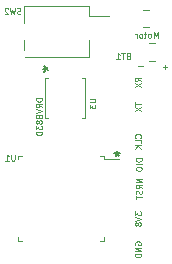
<source format=gbo>
%TF.GenerationSoftware,KiCad,Pcbnew,(5.1.10-1-10_14)*%
%TF.CreationDate,2021-09-29T22:20:09+09:00*%
%TF.ProjectId,seamal,7365616d-616c-42e6-9b69-6361645f7063,rev?*%
%TF.SameCoordinates,Original*%
%TF.FileFunction,Legend,Bot*%
%TF.FilePolarity,Positive*%
%FSLAX46Y46*%
G04 Gerber Fmt 4.6, Leading zero omitted, Abs format (unit mm)*
G04 Created by KiCad (PCBNEW (5.1.10-1-10_14)) date 2021-09-29 22:20:09*
%MOMM*%
%LPD*%
G01*
G04 APERTURE LIST*
%ADD10C,0.080000*%
%ADD11C,0.150000*%
%ADD12C,0.120000*%
%ADD13C,0.100000*%
%ADD14R,2.180000X1.720000*%
%ADD15R,0.270000X1.399999*%
%ADD16O,1.350000X1.350000*%
%ADD17R,1.350000X1.350000*%
%ADD18R,1.270000X0.760000*%
%ADD19C,1.700000*%
%ADD20O,1.700000X1.700000*%
%ADD21R,1.700000X1.700000*%
G04 APERTURE END LIST*
D10*
X151510976Y-89443714D02*
X151130023Y-89443714D01*
X151320500Y-89634190D02*
X151320500Y-89253238D01*
X149440876Y-89392914D02*
X149059923Y-89392914D01*
X148797200Y-104521047D02*
X148773390Y-104473428D01*
X148773390Y-104402000D01*
X148797200Y-104330571D01*
X148844819Y-104282952D01*
X148892438Y-104259142D01*
X148987676Y-104235333D01*
X149059104Y-104235333D01*
X149154342Y-104259142D01*
X149201961Y-104282952D01*
X149249580Y-104330571D01*
X149273390Y-104402000D01*
X149273390Y-104449619D01*
X149249580Y-104521047D01*
X149225771Y-104544857D01*
X149059104Y-104544857D01*
X149059104Y-104449619D01*
X149273390Y-104759142D02*
X148773390Y-104759142D01*
X149273390Y-105044857D01*
X148773390Y-105044857D01*
X149273390Y-105282952D02*
X148773390Y-105282952D01*
X148773390Y-105402000D01*
X148797200Y-105473428D01*
X148844819Y-105521047D01*
X148892438Y-105544857D01*
X148987676Y-105568666D01*
X149059104Y-105568666D01*
X149154342Y-105544857D01*
X149201961Y-105521047D01*
X149249580Y-105473428D01*
X149273390Y-105402000D01*
X149273390Y-105282952D01*
X148773390Y-101692152D02*
X148773390Y-102001676D01*
X148963866Y-101835009D01*
X148963866Y-101906438D01*
X148987676Y-101954057D01*
X149011485Y-101977866D01*
X149059104Y-102001676D01*
X149178152Y-102001676D01*
X149225771Y-101977866D01*
X149249580Y-101954057D01*
X149273390Y-101906438D01*
X149273390Y-101763580D01*
X149249580Y-101715961D01*
X149225771Y-101692152D01*
X148773390Y-102144533D02*
X149273390Y-102311200D01*
X148773390Y-102477866D01*
X148987676Y-102715961D02*
X148963866Y-102668342D01*
X148940057Y-102644533D01*
X148892438Y-102620723D01*
X148868628Y-102620723D01*
X148821009Y-102644533D01*
X148797200Y-102668342D01*
X148773390Y-102715961D01*
X148773390Y-102811200D01*
X148797200Y-102858819D01*
X148821009Y-102882628D01*
X148868628Y-102906438D01*
X148892438Y-102906438D01*
X148940057Y-102882628D01*
X148963866Y-102858819D01*
X148987676Y-102811200D01*
X148987676Y-102715961D01*
X149011485Y-102668342D01*
X149035295Y-102644533D01*
X149082914Y-102620723D01*
X149178152Y-102620723D01*
X149225771Y-102644533D01*
X149249580Y-102668342D01*
X149273390Y-102715961D01*
X149273390Y-102811200D01*
X149249580Y-102858819D01*
X149225771Y-102882628D01*
X149178152Y-102906438D01*
X149082914Y-102906438D01*
X149035295Y-102882628D01*
X149011485Y-102858819D01*
X148987676Y-102811200D01*
X149349590Y-98924371D02*
X148849590Y-98924371D01*
X149349590Y-99210085D01*
X148849590Y-99210085D01*
X149349590Y-99733895D02*
X149111495Y-99567228D01*
X149349590Y-99448180D02*
X148849590Y-99448180D01*
X148849590Y-99638657D01*
X148873400Y-99686276D01*
X148897209Y-99710085D01*
X148944828Y-99733895D01*
X149016257Y-99733895D01*
X149063876Y-99710085D01*
X149087685Y-99686276D01*
X149111495Y-99638657D01*
X149111495Y-99448180D01*
X149325780Y-99924371D02*
X149349590Y-99995800D01*
X149349590Y-100114847D01*
X149325780Y-100162466D01*
X149301971Y-100186276D01*
X149254352Y-100210085D01*
X149206733Y-100210085D01*
X149159114Y-100186276D01*
X149135304Y-100162466D01*
X149111495Y-100114847D01*
X149087685Y-100019609D01*
X149063876Y-99971990D01*
X149040066Y-99948180D01*
X148992447Y-99924371D01*
X148944828Y-99924371D01*
X148897209Y-99948180D01*
X148873400Y-99971990D01*
X148849590Y-100019609D01*
X148849590Y-100138657D01*
X148873400Y-100210085D01*
X148849590Y-100352942D02*
X148849590Y-100638657D01*
X149349590Y-100495800D02*
X148849590Y-100495800D01*
X149324190Y-97201895D02*
X148824190Y-97201895D01*
X148824190Y-97320942D01*
X148848000Y-97392371D01*
X148895619Y-97439990D01*
X148943238Y-97463800D01*
X149038476Y-97487609D01*
X149109904Y-97487609D01*
X149205142Y-97463800D01*
X149252761Y-97439990D01*
X149300380Y-97392371D01*
X149324190Y-97320942D01*
X149324190Y-97201895D01*
X149324190Y-97701895D02*
X148824190Y-97701895D01*
X148824190Y-98035228D02*
X148824190Y-98130466D01*
X148848000Y-98178085D01*
X148895619Y-98225704D01*
X148990857Y-98249514D01*
X149157523Y-98249514D01*
X149252761Y-98225704D01*
X149300380Y-98178085D01*
X149324190Y-98130466D01*
X149324190Y-98035228D01*
X149300380Y-97987609D01*
X149252761Y-97939990D01*
X149157523Y-97916180D01*
X148990857Y-97916180D01*
X148895619Y-97939990D01*
X148848000Y-97987609D01*
X148824190Y-98035228D01*
X149225771Y-95460380D02*
X149249580Y-95436571D01*
X149273390Y-95365142D01*
X149273390Y-95317523D01*
X149249580Y-95246095D01*
X149201961Y-95198476D01*
X149154342Y-95174666D01*
X149059104Y-95150857D01*
X148987676Y-95150857D01*
X148892438Y-95174666D01*
X148844819Y-95198476D01*
X148797200Y-95246095D01*
X148773390Y-95317523D01*
X148773390Y-95365142D01*
X148797200Y-95436571D01*
X148821009Y-95460380D01*
X149273390Y-95912761D02*
X149273390Y-95674666D01*
X148773390Y-95674666D01*
X149273390Y-96079428D02*
X148773390Y-96079428D01*
X149273390Y-96365142D02*
X148987676Y-96150857D01*
X148773390Y-96365142D02*
X149059104Y-96079428D01*
X148735290Y-92443347D02*
X148735290Y-92729061D01*
X149235290Y-92586204D02*
X148735290Y-92586204D01*
X148735290Y-92848109D02*
X149235290Y-93181442D01*
X148735290Y-93181442D02*
X149235290Y-92848109D01*
X149235290Y-90658166D02*
X148997195Y-90491500D01*
X149235290Y-90372452D02*
X148735290Y-90372452D01*
X148735290Y-90562928D01*
X148759100Y-90610547D01*
X148782909Y-90634357D01*
X148830528Y-90658166D01*
X148901957Y-90658166D01*
X148949576Y-90634357D01*
X148973385Y-90610547D01*
X148997195Y-90562928D01*
X148997195Y-90372452D01*
X148735290Y-90824833D02*
X149235290Y-91158166D01*
X148735290Y-91158166D02*
X149235290Y-90824833D01*
D11*
X147269200Y-96581980D02*
X147269200Y-96820076D01*
X147507295Y-96724838D02*
X147269200Y-96820076D01*
X147031104Y-96724838D01*
X147412057Y-97010552D02*
X147269200Y-96820076D01*
X147126342Y-97010552D01*
D12*
%TO.C,U3*%
X144526599Y-90398001D02*
X144526599Y-93751999D01*
X144526599Y-93751999D02*
X144317341Y-93751999D01*
X141172601Y-93751999D02*
X141172601Y-90398001D01*
X141172601Y-90398001D02*
X141381859Y-90398001D01*
X144317341Y-90398001D02*
X144526599Y-90398001D01*
X141381859Y-93751999D02*
X141172601Y-93751999D01*
%TO.C,Motor*%
X149480536Y-84609000D02*
X149934664Y-84609000D01*
X149480536Y-86079000D02*
X149934664Y-86079000D01*
%TO.C,BT1*%
X150442664Y-88923800D02*
X149988536Y-88923800D01*
X150442664Y-87453800D02*
X149988536Y-87453800D01*
%TO.C,SW2*%
X139378400Y-87156600D02*
X139378400Y-88591600D01*
X144898400Y-87156600D02*
X144898400Y-88591600D01*
X139378400Y-84330600D02*
X139378400Y-85765600D01*
X144898400Y-84330600D02*
X139378400Y-84330600D01*
X144898400Y-84330600D02*
X144898400Y-85146600D01*
X146584400Y-85146600D02*
X144898400Y-85146600D01*
X144898400Y-88591600D02*
X139378400Y-88591600D01*
%TO.C,U1*%
X146104000Y-97274000D02*
X147419000Y-97274000D01*
X146104000Y-96974000D02*
X146104000Y-97274000D01*
X145804000Y-96974000D02*
X146104000Y-96974000D01*
X138884000Y-96974000D02*
X138884000Y-97274000D01*
X139184000Y-96974000D02*
X138884000Y-96974000D01*
X146104000Y-104194000D02*
X146104000Y-103894000D01*
X145804000Y-104194000D02*
X146104000Y-104194000D01*
X138884000Y-104194000D02*
X138884000Y-103894000D01*
X139184000Y-104194000D02*
X138884000Y-104194000D01*
%TO.C,U3*%
D10*
X144920210Y-92169027D02*
X145324972Y-92169027D01*
X145372591Y-92192837D01*
X145396400Y-92216646D01*
X145420210Y-92264265D01*
X145420210Y-92359503D01*
X145396400Y-92407122D01*
X145372591Y-92430932D01*
X145324972Y-92454741D01*
X144920210Y-92454741D01*
X144920210Y-92645218D02*
X144920210Y-92954741D01*
X145110686Y-92788075D01*
X145110686Y-92859503D01*
X145134496Y-92907122D01*
X145158305Y-92930932D01*
X145205924Y-92954741D01*
X145324972Y-92954741D01*
X145372591Y-92930932D01*
X145396400Y-92907122D01*
X145420210Y-92859503D01*
X145420210Y-92716646D01*
X145396400Y-92669027D01*
X145372591Y-92645218D01*
X140891390Y-92102180D02*
X140391390Y-92102180D01*
X140391390Y-92221228D01*
X140415200Y-92292657D01*
X140462819Y-92340276D01*
X140510438Y-92364085D01*
X140605676Y-92387895D01*
X140677104Y-92387895D01*
X140772342Y-92364085D01*
X140819961Y-92340276D01*
X140867580Y-92292657D01*
X140891390Y-92221228D01*
X140891390Y-92102180D01*
X140891390Y-92887895D02*
X140653295Y-92721228D01*
X140891390Y-92602180D02*
X140391390Y-92602180D01*
X140391390Y-92792657D01*
X140415200Y-92840276D01*
X140439009Y-92864085D01*
X140486628Y-92887895D01*
X140558057Y-92887895D01*
X140605676Y-92864085D01*
X140629485Y-92840276D01*
X140653295Y-92792657D01*
X140653295Y-92602180D01*
X140391390Y-93030752D02*
X140891390Y-93197419D01*
X140391390Y-93364085D01*
X140605676Y-93602180D02*
X140581866Y-93554561D01*
X140558057Y-93530752D01*
X140510438Y-93506942D01*
X140486628Y-93506942D01*
X140439009Y-93530752D01*
X140415200Y-93554561D01*
X140391390Y-93602180D01*
X140391390Y-93697419D01*
X140415200Y-93745038D01*
X140439009Y-93768847D01*
X140486628Y-93792657D01*
X140510438Y-93792657D01*
X140558057Y-93768847D01*
X140581866Y-93745038D01*
X140605676Y-93697419D01*
X140605676Y-93602180D01*
X140629485Y-93554561D01*
X140653295Y-93530752D01*
X140700914Y-93506942D01*
X140796152Y-93506942D01*
X140843771Y-93530752D01*
X140867580Y-93554561D01*
X140891390Y-93602180D01*
X140891390Y-93697419D01*
X140867580Y-93745038D01*
X140843771Y-93768847D01*
X140796152Y-93792657D01*
X140700914Y-93792657D01*
X140653295Y-93768847D01*
X140629485Y-93745038D01*
X140605676Y-93697419D01*
X140605676Y-94078371D02*
X140581866Y-94030752D01*
X140558057Y-94006942D01*
X140510438Y-93983133D01*
X140486628Y-93983133D01*
X140439009Y-94006942D01*
X140415200Y-94030752D01*
X140391390Y-94078371D01*
X140391390Y-94173609D01*
X140415200Y-94221228D01*
X140439009Y-94245038D01*
X140486628Y-94268847D01*
X140510438Y-94268847D01*
X140558057Y-94245038D01*
X140581866Y-94221228D01*
X140605676Y-94173609D01*
X140605676Y-94078371D01*
X140629485Y-94030752D01*
X140653295Y-94006942D01*
X140700914Y-93983133D01*
X140796152Y-93983133D01*
X140843771Y-94006942D01*
X140867580Y-94030752D01*
X140891390Y-94078371D01*
X140891390Y-94173609D01*
X140867580Y-94221228D01*
X140843771Y-94245038D01*
X140796152Y-94268847D01*
X140700914Y-94268847D01*
X140653295Y-94245038D01*
X140629485Y-94221228D01*
X140605676Y-94173609D01*
X140391390Y-94435514D02*
X140391390Y-94745038D01*
X140581866Y-94578371D01*
X140581866Y-94649800D01*
X140605676Y-94697419D01*
X140629485Y-94721228D01*
X140677104Y-94745038D01*
X140796152Y-94745038D01*
X140843771Y-94721228D01*
X140867580Y-94697419D01*
X140891390Y-94649800D01*
X140891390Y-94506942D01*
X140867580Y-94459323D01*
X140843771Y-94435514D01*
X140391390Y-95054561D02*
X140391390Y-95102180D01*
X140415200Y-95149800D01*
X140439009Y-95173609D01*
X140486628Y-95197419D01*
X140581866Y-95221228D01*
X140700914Y-95221228D01*
X140796152Y-95197419D01*
X140843771Y-95173609D01*
X140867580Y-95149800D01*
X140891390Y-95102180D01*
X140891390Y-95054561D01*
X140867580Y-95006942D01*
X140843771Y-94983133D01*
X140796152Y-94959323D01*
X140700914Y-94935514D01*
X140581866Y-94935514D01*
X140486628Y-94959323D01*
X140439009Y-94983133D01*
X140415200Y-95006942D01*
X140391390Y-95054561D01*
D11*
X140955780Y-89611200D02*
X141193876Y-89611200D01*
X141098638Y-89373104D02*
X141193876Y-89611200D01*
X141098638Y-89849295D01*
X141384352Y-89468342D02*
X141193876Y-89611200D01*
X141384352Y-89754057D01*
%TO.C,Motor*%
D10*
X150675066Y-86992590D02*
X150675066Y-86492590D01*
X150508400Y-86849733D01*
X150341733Y-86492590D01*
X150341733Y-86992590D01*
X150032209Y-86992590D02*
X150079828Y-86968780D01*
X150103638Y-86944971D01*
X150127447Y-86897352D01*
X150127447Y-86754495D01*
X150103638Y-86706876D01*
X150079828Y-86683066D01*
X150032209Y-86659257D01*
X149960780Y-86659257D01*
X149913161Y-86683066D01*
X149889352Y-86706876D01*
X149865542Y-86754495D01*
X149865542Y-86897352D01*
X149889352Y-86944971D01*
X149913161Y-86968780D01*
X149960780Y-86992590D01*
X150032209Y-86992590D01*
X149722685Y-86659257D02*
X149532209Y-86659257D01*
X149651257Y-86492590D02*
X149651257Y-86921161D01*
X149627447Y-86968780D01*
X149579828Y-86992590D01*
X149532209Y-86992590D01*
X149294114Y-86992590D02*
X149341733Y-86968780D01*
X149365542Y-86944971D01*
X149389352Y-86897352D01*
X149389352Y-86754495D01*
X149365542Y-86706876D01*
X149341733Y-86683066D01*
X149294114Y-86659257D01*
X149222685Y-86659257D01*
X149175066Y-86683066D01*
X149151257Y-86706876D01*
X149127447Y-86754495D01*
X149127447Y-86897352D01*
X149151257Y-86944971D01*
X149175066Y-86968780D01*
X149222685Y-86992590D01*
X149294114Y-86992590D01*
X148913161Y-86992590D02*
X148913161Y-86659257D01*
X148913161Y-86754495D02*
X148889352Y-86706876D01*
X148865542Y-86683066D01*
X148817923Y-86659257D01*
X148770304Y-86659257D01*
%TO.C,BT1*%
X148170057Y-88508685D02*
X148098628Y-88532495D01*
X148074819Y-88556304D01*
X148051009Y-88603923D01*
X148051009Y-88675352D01*
X148074819Y-88722971D01*
X148098628Y-88746780D01*
X148146247Y-88770590D01*
X148336723Y-88770590D01*
X148336723Y-88270590D01*
X148170057Y-88270590D01*
X148122438Y-88294400D01*
X148098628Y-88318209D01*
X148074819Y-88365828D01*
X148074819Y-88413447D01*
X148098628Y-88461066D01*
X148122438Y-88484876D01*
X148170057Y-88508685D01*
X148336723Y-88508685D01*
X147908152Y-88270590D02*
X147622438Y-88270590D01*
X147765295Y-88770590D02*
X147765295Y-88270590D01*
X147193866Y-88770590D02*
X147479580Y-88770590D01*
X147336723Y-88770590D02*
X147336723Y-88270590D01*
X147384342Y-88342019D01*
X147431961Y-88389638D01*
X147479580Y-88413447D01*
%TO.C,SW2*%
X139058566Y-84949480D02*
X138987138Y-84973290D01*
X138868090Y-84973290D01*
X138820471Y-84949480D01*
X138796661Y-84925671D01*
X138772852Y-84878052D01*
X138772852Y-84830433D01*
X138796661Y-84782814D01*
X138820471Y-84759004D01*
X138868090Y-84735195D01*
X138963328Y-84711385D01*
X139010947Y-84687576D01*
X139034757Y-84663766D01*
X139058566Y-84616147D01*
X139058566Y-84568528D01*
X139034757Y-84520909D01*
X139010947Y-84497100D01*
X138963328Y-84473290D01*
X138844280Y-84473290D01*
X138772852Y-84497100D01*
X138606185Y-84473290D02*
X138487138Y-84973290D01*
X138391900Y-84616147D01*
X138296661Y-84973290D01*
X138177614Y-84473290D01*
X138010947Y-84520909D02*
X137987138Y-84497100D01*
X137939519Y-84473290D01*
X137820471Y-84473290D01*
X137772852Y-84497100D01*
X137749042Y-84520909D01*
X137725233Y-84568528D01*
X137725233Y-84616147D01*
X137749042Y-84687576D01*
X138034757Y-84973290D01*
X137725233Y-84973290D01*
%TO.C,U1*%
X138582352Y-96881190D02*
X138582352Y-97285952D01*
X138558542Y-97333571D01*
X138534733Y-97357380D01*
X138487114Y-97381190D01*
X138391876Y-97381190D01*
X138344257Y-97357380D01*
X138320447Y-97333571D01*
X138296638Y-97285952D01*
X138296638Y-96881190D01*
X137796638Y-97381190D02*
X138082352Y-97381190D01*
X137939495Y-97381190D02*
X137939495Y-96881190D01*
X137987114Y-96952619D01*
X138034733Y-97000238D01*
X138082352Y-97024047D01*
%TD*%
%LPC*%
D13*
%TO.C,U3*%
G36*
X141696100Y-91151500D02*
G01*
X141696100Y-92998500D01*
X142255900Y-92998500D01*
X142255900Y-91151500D01*
X141696100Y-91151500D01*
G37*
X141696100Y-91151500D02*
X141696100Y-92998500D01*
X142255900Y-92998500D01*
X142255900Y-91151500D01*
X141696100Y-91151500D01*
G36*
X142655900Y-91151500D02*
G01*
X142655900Y-92998500D01*
X143043300Y-92998500D01*
X143043300Y-91151500D01*
X142655900Y-91151500D01*
G37*
X142655900Y-91151500D02*
X142655900Y-92998500D01*
X143043300Y-92998500D01*
X143043300Y-91151500D01*
X142655900Y-91151500D01*
G36*
X143443300Y-91151500D02*
G01*
X143443300Y-92998500D01*
X144003100Y-92998500D01*
X144003100Y-91151500D01*
X143443300Y-91151500D01*
G37*
X143443300Y-91151500D02*
X143443300Y-92998500D01*
X144003100Y-92998500D01*
X144003100Y-91151500D01*
X143443300Y-91151500D01*
G36*
X141696100Y-91151500D02*
G01*
X141696100Y-91481300D01*
X144003100Y-91481300D01*
X144003100Y-91151500D01*
X141696100Y-91151500D01*
G37*
X141696100Y-91151500D02*
X141696100Y-91481300D01*
X144003100Y-91481300D01*
X144003100Y-91151500D01*
X141696100Y-91151500D01*
G36*
X141696100Y-92268700D02*
G01*
X141696100Y-91881300D01*
X144003100Y-91881300D01*
X144003100Y-92268700D01*
X141696100Y-92268700D01*
G37*
X141696100Y-92268700D02*
X141696100Y-91881300D01*
X144003100Y-91881300D01*
X144003100Y-92268700D01*
X141696100Y-92268700D01*
G36*
X141696100Y-92668700D02*
G01*
X141696100Y-92998500D01*
X144003100Y-92998500D01*
X144003100Y-92668700D01*
X141696100Y-92668700D01*
G37*
X141696100Y-92668700D02*
X141696100Y-92998500D01*
X144003100Y-92998500D01*
X144003100Y-92668700D01*
X141696100Y-92668700D01*
%TD*%
D14*
%TO.C,U3*%
X142849600Y-92075000D03*
D15*
X141849599Y-94249999D03*
X142349601Y-94249999D03*
X142849600Y-94249999D03*
X143349599Y-94249999D03*
X143849601Y-94249999D03*
X143849601Y-89900001D03*
X143349599Y-89900001D03*
X142849600Y-89900001D03*
X142349601Y-89900001D03*
X141849599Y-89900001D03*
%TD*%
%TO.C,Motor*%
G36*
G01*
X150107600Y-85794001D02*
X150107600Y-84893999D01*
G75*
G02*
X150357599Y-84644000I249999J0D01*
G01*
X151057601Y-84644000D01*
G75*
G02*
X151307600Y-84893999I0J-249999D01*
G01*
X151307600Y-85794001D01*
G75*
G02*
X151057601Y-86044000I-249999J0D01*
G01*
X150357599Y-86044000D01*
G75*
G02*
X150107600Y-85794001I0J249999D01*
G01*
G37*
G36*
G01*
X148107600Y-85794001D02*
X148107600Y-84893999D01*
G75*
G02*
X148357599Y-84644000I249999J0D01*
G01*
X149057601Y-84644000D01*
G75*
G02*
X149307600Y-84893999I0J-249999D01*
G01*
X149307600Y-85794001D01*
G75*
G02*
X149057601Y-86044000I-249999J0D01*
G01*
X148357599Y-86044000D01*
G75*
G02*
X148107600Y-85794001I0J249999D01*
G01*
G37*
%TD*%
%TO.C,BT1*%
G36*
G01*
X149815600Y-87738799D02*
X149815600Y-88638801D01*
G75*
G02*
X149565601Y-88888800I-249999J0D01*
G01*
X148865599Y-88888800D01*
G75*
G02*
X148615600Y-88638801I0J249999D01*
G01*
X148615600Y-87738799D01*
G75*
G02*
X148865599Y-87488800I249999J0D01*
G01*
X149565601Y-87488800D01*
G75*
G02*
X149815600Y-87738799I0J-249999D01*
G01*
G37*
G36*
G01*
X151815600Y-87738799D02*
X151815600Y-88638801D01*
G75*
G02*
X151565601Y-88888800I-249999J0D01*
G01*
X150865599Y-88888800D01*
G75*
G02*
X150615600Y-88638801I0J249999D01*
G01*
X150615600Y-87738799D01*
G75*
G02*
X150865599Y-87488800I249999J0D01*
G01*
X151565601Y-87488800D01*
G75*
G02*
X151815600Y-87738799I0J-249999D01*
G01*
G37*
%TD*%
D16*
%TO.C,J3*%
X150622000Y-104806500D03*
D17*
X150622000Y-102806500D03*
%TD*%
D18*
%TO.C,SW2*%
X145948400Y-85826600D03*
X138328400Y-87096600D03*
X145948400Y-87096600D03*
X138328400Y-85826600D03*
%TD*%
%TO.C,U1*%
G36*
G01*
X145544000Y-95784000D02*
X145544000Y-97034000D01*
G75*
G02*
X145419000Y-97159000I-125000J0D01*
G01*
X145169000Y-97159000D01*
G75*
G02*
X145044000Y-97034000I0J125000D01*
G01*
X145044000Y-95784000D01*
G75*
G02*
X145169000Y-95659000I125000J0D01*
G01*
X145419000Y-95659000D01*
G75*
G02*
X145544000Y-95784000I0J-125000D01*
G01*
G37*
G36*
G01*
X144744000Y-95784000D02*
X144744000Y-97034000D01*
G75*
G02*
X144619000Y-97159000I-125000J0D01*
G01*
X144369000Y-97159000D01*
G75*
G02*
X144244000Y-97034000I0J125000D01*
G01*
X144244000Y-95784000D01*
G75*
G02*
X144369000Y-95659000I125000J0D01*
G01*
X144619000Y-95659000D01*
G75*
G02*
X144744000Y-95784000I0J-125000D01*
G01*
G37*
G36*
G01*
X143944000Y-95784000D02*
X143944000Y-97034000D01*
G75*
G02*
X143819000Y-97159000I-125000J0D01*
G01*
X143569000Y-97159000D01*
G75*
G02*
X143444000Y-97034000I0J125000D01*
G01*
X143444000Y-95784000D01*
G75*
G02*
X143569000Y-95659000I125000J0D01*
G01*
X143819000Y-95659000D01*
G75*
G02*
X143944000Y-95784000I0J-125000D01*
G01*
G37*
G36*
G01*
X143144000Y-95784000D02*
X143144000Y-97034000D01*
G75*
G02*
X143019000Y-97159000I-125000J0D01*
G01*
X142769000Y-97159000D01*
G75*
G02*
X142644000Y-97034000I0J125000D01*
G01*
X142644000Y-95784000D01*
G75*
G02*
X142769000Y-95659000I125000J0D01*
G01*
X143019000Y-95659000D01*
G75*
G02*
X143144000Y-95784000I0J-125000D01*
G01*
G37*
G36*
G01*
X142344000Y-95784000D02*
X142344000Y-97034000D01*
G75*
G02*
X142219000Y-97159000I-125000J0D01*
G01*
X141969000Y-97159000D01*
G75*
G02*
X141844000Y-97034000I0J125000D01*
G01*
X141844000Y-95784000D01*
G75*
G02*
X141969000Y-95659000I125000J0D01*
G01*
X142219000Y-95659000D01*
G75*
G02*
X142344000Y-95784000I0J-125000D01*
G01*
G37*
G36*
G01*
X141544000Y-95784000D02*
X141544000Y-97034000D01*
G75*
G02*
X141419000Y-97159000I-125000J0D01*
G01*
X141169000Y-97159000D01*
G75*
G02*
X141044000Y-97034000I0J125000D01*
G01*
X141044000Y-95784000D01*
G75*
G02*
X141169000Y-95659000I125000J0D01*
G01*
X141419000Y-95659000D01*
G75*
G02*
X141544000Y-95784000I0J-125000D01*
G01*
G37*
G36*
G01*
X140744000Y-95784000D02*
X140744000Y-97034000D01*
G75*
G02*
X140619000Y-97159000I-125000J0D01*
G01*
X140369000Y-97159000D01*
G75*
G02*
X140244000Y-97034000I0J125000D01*
G01*
X140244000Y-95784000D01*
G75*
G02*
X140369000Y-95659000I125000J0D01*
G01*
X140619000Y-95659000D01*
G75*
G02*
X140744000Y-95784000I0J-125000D01*
G01*
G37*
G36*
G01*
X139944000Y-95784000D02*
X139944000Y-97034000D01*
G75*
G02*
X139819000Y-97159000I-125000J0D01*
G01*
X139569000Y-97159000D01*
G75*
G02*
X139444000Y-97034000I0J125000D01*
G01*
X139444000Y-95784000D01*
G75*
G02*
X139569000Y-95659000I125000J0D01*
G01*
X139819000Y-95659000D01*
G75*
G02*
X139944000Y-95784000I0J-125000D01*
G01*
G37*
G36*
G01*
X139069000Y-97659000D02*
X139069000Y-97909000D01*
G75*
G02*
X138944000Y-98034000I-125000J0D01*
G01*
X137694000Y-98034000D01*
G75*
G02*
X137569000Y-97909000I0J125000D01*
G01*
X137569000Y-97659000D01*
G75*
G02*
X137694000Y-97534000I125000J0D01*
G01*
X138944000Y-97534000D01*
G75*
G02*
X139069000Y-97659000I0J-125000D01*
G01*
G37*
G36*
G01*
X139069000Y-98459000D02*
X139069000Y-98709000D01*
G75*
G02*
X138944000Y-98834000I-125000J0D01*
G01*
X137694000Y-98834000D01*
G75*
G02*
X137569000Y-98709000I0J125000D01*
G01*
X137569000Y-98459000D01*
G75*
G02*
X137694000Y-98334000I125000J0D01*
G01*
X138944000Y-98334000D01*
G75*
G02*
X139069000Y-98459000I0J-125000D01*
G01*
G37*
G36*
G01*
X139069000Y-99259000D02*
X139069000Y-99509000D01*
G75*
G02*
X138944000Y-99634000I-125000J0D01*
G01*
X137694000Y-99634000D01*
G75*
G02*
X137569000Y-99509000I0J125000D01*
G01*
X137569000Y-99259000D01*
G75*
G02*
X137694000Y-99134000I125000J0D01*
G01*
X138944000Y-99134000D01*
G75*
G02*
X139069000Y-99259000I0J-125000D01*
G01*
G37*
G36*
G01*
X139069000Y-100059000D02*
X139069000Y-100309000D01*
G75*
G02*
X138944000Y-100434000I-125000J0D01*
G01*
X137694000Y-100434000D01*
G75*
G02*
X137569000Y-100309000I0J125000D01*
G01*
X137569000Y-100059000D01*
G75*
G02*
X137694000Y-99934000I125000J0D01*
G01*
X138944000Y-99934000D01*
G75*
G02*
X139069000Y-100059000I0J-125000D01*
G01*
G37*
G36*
G01*
X139069000Y-100859000D02*
X139069000Y-101109000D01*
G75*
G02*
X138944000Y-101234000I-125000J0D01*
G01*
X137694000Y-101234000D01*
G75*
G02*
X137569000Y-101109000I0J125000D01*
G01*
X137569000Y-100859000D01*
G75*
G02*
X137694000Y-100734000I125000J0D01*
G01*
X138944000Y-100734000D01*
G75*
G02*
X139069000Y-100859000I0J-125000D01*
G01*
G37*
G36*
G01*
X139069000Y-101659000D02*
X139069000Y-101909000D01*
G75*
G02*
X138944000Y-102034000I-125000J0D01*
G01*
X137694000Y-102034000D01*
G75*
G02*
X137569000Y-101909000I0J125000D01*
G01*
X137569000Y-101659000D01*
G75*
G02*
X137694000Y-101534000I125000J0D01*
G01*
X138944000Y-101534000D01*
G75*
G02*
X139069000Y-101659000I0J-125000D01*
G01*
G37*
G36*
G01*
X139069000Y-102459000D02*
X139069000Y-102709000D01*
G75*
G02*
X138944000Y-102834000I-125000J0D01*
G01*
X137694000Y-102834000D01*
G75*
G02*
X137569000Y-102709000I0J125000D01*
G01*
X137569000Y-102459000D01*
G75*
G02*
X137694000Y-102334000I125000J0D01*
G01*
X138944000Y-102334000D01*
G75*
G02*
X139069000Y-102459000I0J-125000D01*
G01*
G37*
G36*
G01*
X139069000Y-103259000D02*
X139069000Y-103509000D01*
G75*
G02*
X138944000Y-103634000I-125000J0D01*
G01*
X137694000Y-103634000D01*
G75*
G02*
X137569000Y-103509000I0J125000D01*
G01*
X137569000Y-103259000D01*
G75*
G02*
X137694000Y-103134000I125000J0D01*
G01*
X138944000Y-103134000D01*
G75*
G02*
X139069000Y-103259000I0J-125000D01*
G01*
G37*
G36*
G01*
X139944000Y-104134000D02*
X139944000Y-105384000D01*
G75*
G02*
X139819000Y-105509000I-125000J0D01*
G01*
X139569000Y-105509000D01*
G75*
G02*
X139444000Y-105384000I0J125000D01*
G01*
X139444000Y-104134000D01*
G75*
G02*
X139569000Y-104009000I125000J0D01*
G01*
X139819000Y-104009000D01*
G75*
G02*
X139944000Y-104134000I0J-125000D01*
G01*
G37*
G36*
G01*
X140744000Y-104134000D02*
X140744000Y-105384000D01*
G75*
G02*
X140619000Y-105509000I-125000J0D01*
G01*
X140369000Y-105509000D01*
G75*
G02*
X140244000Y-105384000I0J125000D01*
G01*
X140244000Y-104134000D01*
G75*
G02*
X140369000Y-104009000I125000J0D01*
G01*
X140619000Y-104009000D01*
G75*
G02*
X140744000Y-104134000I0J-125000D01*
G01*
G37*
G36*
G01*
X141544000Y-104134000D02*
X141544000Y-105384000D01*
G75*
G02*
X141419000Y-105509000I-125000J0D01*
G01*
X141169000Y-105509000D01*
G75*
G02*
X141044000Y-105384000I0J125000D01*
G01*
X141044000Y-104134000D01*
G75*
G02*
X141169000Y-104009000I125000J0D01*
G01*
X141419000Y-104009000D01*
G75*
G02*
X141544000Y-104134000I0J-125000D01*
G01*
G37*
G36*
G01*
X142344000Y-104134000D02*
X142344000Y-105384000D01*
G75*
G02*
X142219000Y-105509000I-125000J0D01*
G01*
X141969000Y-105509000D01*
G75*
G02*
X141844000Y-105384000I0J125000D01*
G01*
X141844000Y-104134000D01*
G75*
G02*
X141969000Y-104009000I125000J0D01*
G01*
X142219000Y-104009000D01*
G75*
G02*
X142344000Y-104134000I0J-125000D01*
G01*
G37*
G36*
G01*
X143144000Y-104134000D02*
X143144000Y-105384000D01*
G75*
G02*
X143019000Y-105509000I-125000J0D01*
G01*
X142769000Y-105509000D01*
G75*
G02*
X142644000Y-105384000I0J125000D01*
G01*
X142644000Y-104134000D01*
G75*
G02*
X142769000Y-104009000I125000J0D01*
G01*
X143019000Y-104009000D01*
G75*
G02*
X143144000Y-104134000I0J-125000D01*
G01*
G37*
G36*
G01*
X143944000Y-104134000D02*
X143944000Y-105384000D01*
G75*
G02*
X143819000Y-105509000I-125000J0D01*
G01*
X143569000Y-105509000D01*
G75*
G02*
X143444000Y-105384000I0J125000D01*
G01*
X143444000Y-104134000D01*
G75*
G02*
X143569000Y-104009000I125000J0D01*
G01*
X143819000Y-104009000D01*
G75*
G02*
X143944000Y-104134000I0J-125000D01*
G01*
G37*
G36*
G01*
X144744000Y-104134000D02*
X144744000Y-105384000D01*
G75*
G02*
X144619000Y-105509000I-125000J0D01*
G01*
X144369000Y-105509000D01*
G75*
G02*
X144244000Y-105384000I0J125000D01*
G01*
X144244000Y-104134000D01*
G75*
G02*
X144369000Y-104009000I125000J0D01*
G01*
X144619000Y-104009000D01*
G75*
G02*
X144744000Y-104134000I0J-125000D01*
G01*
G37*
G36*
G01*
X145544000Y-104134000D02*
X145544000Y-105384000D01*
G75*
G02*
X145419000Y-105509000I-125000J0D01*
G01*
X145169000Y-105509000D01*
G75*
G02*
X145044000Y-105384000I0J125000D01*
G01*
X145044000Y-104134000D01*
G75*
G02*
X145169000Y-104009000I125000J0D01*
G01*
X145419000Y-104009000D01*
G75*
G02*
X145544000Y-104134000I0J-125000D01*
G01*
G37*
G36*
G01*
X147419000Y-103259000D02*
X147419000Y-103509000D01*
G75*
G02*
X147294000Y-103634000I-125000J0D01*
G01*
X146044000Y-103634000D01*
G75*
G02*
X145919000Y-103509000I0J125000D01*
G01*
X145919000Y-103259000D01*
G75*
G02*
X146044000Y-103134000I125000J0D01*
G01*
X147294000Y-103134000D01*
G75*
G02*
X147419000Y-103259000I0J-125000D01*
G01*
G37*
G36*
G01*
X147419000Y-102459000D02*
X147419000Y-102709000D01*
G75*
G02*
X147294000Y-102834000I-125000J0D01*
G01*
X146044000Y-102834000D01*
G75*
G02*
X145919000Y-102709000I0J125000D01*
G01*
X145919000Y-102459000D01*
G75*
G02*
X146044000Y-102334000I125000J0D01*
G01*
X147294000Y-102334000D01*
G75*
G02*
X147419000Y-102459000I0J-125000D01*
G01*
G37*
G36*
G01*
X147419000Y-101659000D02*
X147419000Y-101909000D01*
G75*
G02*
X147294000Y-102034000I-125000J0D01*
G01*
X146044000Y-102034000D01*
G75*
G02*
X145919000Y-101909000I0J125000D01*
G01*
X145919000Y-101659000D01*
G75*
G02*
X146044000Y-101534000I125000J0D01*
G01*
X147294000Y-101534000D01*
G75*
G02*
X147419000Y-101659000I0J-125000D01*
G01*
G37*
G36*
G01*
X147419000Y-100859000D02*
X147419000Y-101109000D01*
G75*
G02*
X147294000Y-101234000I-125000J0D01*
G01*
X146044000Y-101234000D01*
G75*
G02*
X145919000Y-101109000I0J125000D01*
G01*
X145919000Y-100859000D01*
G75*
G02*
X146044000Y-100734000I125000J0D01*
G01*
X147294000Y-100734000D01*
G75*
G02*
X147419000Y-100859000I0J-125000D01*
G01*
G37*
G36*
G01*
X147419000Y-100059000D02*
X147419000Y-100309000D01*
G75*
G02*
X147294000Y-100434000I-125000J0D01*
G01*
X146044000Y-100434000D01*
G75*
G02*
X145919000Y-100309000I0J125000D01*
G01*
X145919000Y-100059000D01*
G75*
G02*
X146044000Y-99934000I125000J0D01*
G01*
X147294000Y-99934000D01*
G75*
G02*
X147419000Y-100059000I0J-125000D01*
G01*
G37*
G36*
G01*
X147419000Y-99259000D02*
X147419000Y-99509000D01*
G75*
G02*
X147294000Y-99634000I-125000J0D01*
G01*
X146044000Y-99634000D01*
G75*
G02*
X145919000Y-99509000I0J125000D01*
G01*
X145919000Y-99259000D01*
G75*
G02*
X146044000Y-99134000I125000J0D01*
G01*
X147294000Y-99134000D01*
G75*
G02*
X147419000Y-99259000I0J-125000D01*
G01*
G37*
G36*
G01*
X147419000Y-98459000D02*
X147419000Y-98709000D01*
G75*
G02*
X147294000Y-98834000I-125000J0D01*
G01*
X146044000Y-98834000D01*
G75*
G02*
X145919000Y-98709000I0J125000D01*
G01*
X145919000Y-98459000D01*
G75*
G02*
X146044000Y-98334000I125000J0D01*
G01*
X147294000Y-98334000D01*
G75*
G02*
X147419000Y-98459000I0J-125000D01*
G01*
G37*
G36*
G01*
X147419000Y-97659000D02*
X147419000Y-97909000D01*
G75*
G02*
X147294000Y-98034000I-125000J0D01*
G01*
X146044000Y-98034000D01*
G75*
G02*
X145919000Y-97909000I0J125000D01*
G01*
X145919000Y-97659000D01*
G75*
G02*
X146044000Y-97534000I125000J0D01*
G01*
X147294000Y-97534000D01*
G75*
G02*
X147419000Y-97659000I0J-125000D01*
G01*
G37*
%TD*%
D16*
%TO.C,J2*%
X150622000Y-99758000D03*
X150622000Y-97758000D03*
D17*
X150622000Y-95758000D03*
%TD*%
D16*
%TO.C,J1*%
X150622000Y-90773500D03*
D17*
X150622000Y-92773500D03*
%TD*%
D19*
%TO.C,U2*%
X146227800Y-89014300D03*
X146227800Y-91554300D03*
X146227800Y-94094300D03*
D20*
X138597800Y-93994300D03*
X138597800Y-91454300D03*
D21*
X138597800Y-88914300D03*
%TD*%
M02*

</source>
